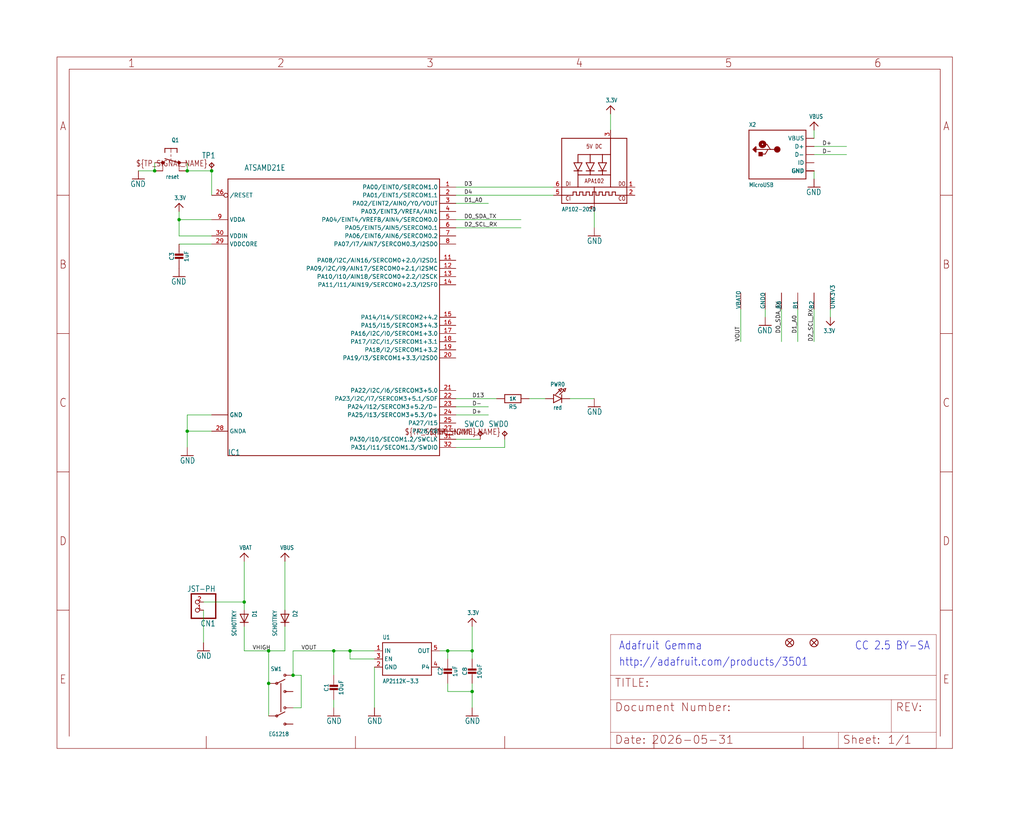
<source format=kicad_sch>
(kicad_sch (version 20230121) (generator eeschema)
  (paper "User" 319.507 254.127)
  (lib_symbols
    (symbol "working-eagle-import:3.3V" (power)
      (property "Value" "3.3V" (at -1.524 1.016 0))
      (symbol "3.3V_1_0"
        (polyline (pts (xy -1.27 -1.27) (xy 0 0)) (stroke (width 0.254)))
        (polyline (pts (xy 0 0) (xy 1.27 -1.27)) (stroke (width 0.254)))
        (pin power_in line (at 0 -2.54 90) (length 2.54) (name "3.3V") (number "1"))
      )
    )
    (symbol "working-eagle-import:APA1022020"
      (symbol "APA1022020_1_0"
        (polyline (pts (xy -10.16 -10.16) (xy 0 -10.16)) (stroke (width 0.254)))
        (polyline (pts (xy -10.16 -7.62) (xy -10.16 -10.16)) (stroke (width 0.254)))
        (polyline (pts (xy -10.16 -7.62) (xy -6.604 -7.62)) (stroke (width 0.254)))
        (polyline (pts (xy -10.16 -5.08) (xy -10.16 -7.62)) (stroke (width 0.254)))
        (polyline (pts (xy -10.16 10.16) (xy -10.16 -5.08)) (stroke (width 0.254)))
        (polyline (pts (xy -6.604 -7.62) (xy -6.604 -6.604)) (stroke (width 0.254)))
        (polyline (pts (xy -6.604 -6.604) (xy -5.588 -6.604)) (stroke (width 0.254)))
        (polyline (pts (xy -6.35 0) (xy -5.08 0)) (stroke (width 0.254)))
        (polyline (pts (xy -6.35 2.54) (xy -5.08 2.54)) (stroke (width 0.254)))
        (polyline (pts (xy -5.588 -7.62) (xy -4.572 -7.62)) (stroke (width 0.254)))
        (polyline (pts (xy -5.588 -6.604) (xy -5.588 -7.62)) (stroke (width 0.254)))
        (polyline (pts (xy -5.08 -5.08) (xy -10.16 -5.08)) (stroke (width 0.254)))
        (polyline (pts (xy -5.08 -5.08) (xy 0 -5.08)) (stroke (width 0.254)))
        (polyline (pts (xy -5.08 -1.27) (xy -5.08 -5.08)) (stroke (width 0.254)))
        (polyline (pts (xy -5.08 0) (xy -6.35 2.54)) (stroke (width 0.254)))
        (polyline (pts (xy -5.08 0) (xy -5.08 -1.27)) (stroke (width 0.254)))
        (polyline (pts (xy -5.08 0) (xy -3.81 2.54)) (stroke (width 0.254)))
        (polyline (pts (xy -5.08 2.54) (xy -3.81 2.54)) (stroke (width 0.254)))
        (polyline (pts (xy -5.08 5.08) (xy -5.08 2.54)) (stroke (width 0.254)))
        (polyline (pts (xy -4.572 -7.62) (xy -4.572 -6.604)) (stroke (width 0.254)))
        (polyline (pts (xy -4.572 -6.604) (xy -3.556 -6.604)) (stroke (width 0.254)))
        (polyline (pts (xy -3.81 0) (xy -5.08 0)) (stroke (width 0.254)))
        (polyline (pts (xy -3.556 -7.62) (xy -2.54 -7.62)) (stroke (width 0.254)))
        (polyline (pts (xy -3.556 -6.604) (xy -3.556 -7.62)) (stroke (width 0.254)))
        (polyline (pts (xy -2.54 -7.62) (xy -2.54 -6.604)) (stroke (width 0.254)))
        (polyline (pts (xy -2.54 -6.604) (xy -1.524 -6.604)) (stroke (width 0.254)))
        (polyline (pts (xy -2.54 0) (xy -1.27 0)) (stroke (width 0.254)))
        (polyline (pts (xy -2.54 2.54) (xy 0 2.54)) (stroke (width 0.254)))
        (polyline (pts (xy -1.524 -7.62) (xy -0.508 -7.62)) (stroke (width 0.254)))
        (polyline (pts (xy -1.524 -6.604) (xy -1.524 -7.62)) (stroke (width 0.254)))
        (polyline (pts (xy -1.27 -1.27) (xy -5.08 -1.27)) (stroke (width 0.254)))
        (polyline (pts (xy -1.27 0) (xy -2.54 2.54)) (stroke (width 0.254)))
        (polyline (pts (xy -1.27 0) (xy -1.27 -1.27)) (stroke (width 0.254)))
        (polyline (pts (xy -1.27 0) (xy 0 0)) (stroke (width 0.254)))
        (polyline (pts (xy -1.27 2.54) (xy -1.27 5.08)) (stroke (width 0.254)))
        (polyline (pts (xy -1.27 5.08) (xy -5.08 5.08)) (stroke (width 0.254)))
        (polyline (pts (xy -0.508 -7.62) (xy -0.508 -6.604)) (stroke (width 0.254)))
        (polyline (pts (xy -0.508 -6.604) (xy 0.508 -6.604)) (stroke (width 0.254)))
        (polyline (pts (xy 0 -10.16) (xy 10.16 -10.16)) (stroke (width 0.254)))
        (polyline (pts (xy 0 -5.08) (xy 0 -10.16)) (stroke (width 0.254)))
        (polyline (pts (xy 0 -5.08) (xy 5.08 -5.08)) (stroke (width 0.254)))
        (polyline (pts (xy 0 2.54) (xy -1.27 0)) (stroke (width 0.254)))
        (polyline (pts (xy 0.508 -7.62) (xy 1.524 -7.62)) (stroke (width 0.254)))
        (polyline (pts (xy 0.508 -6.604) (xy 0.508 -7.62)) (stroke (width 0.254)))
        (polyline (pts (xy 1.27 2.54) (xy 2.54 0)) (stroke (width 0.254)))
        (polyline (pts (xy 1.27 2.54) (xy 2.54 2.54)) (stroke (width 0.254)))
        (polyline (pts (xy 1.524 -7.62) (xy 1.524 -6.604)) (stroke (width 0.254)))
        (polyline (pts (xy 1.524 -6.604) (xy 2.54 -6.604)) (stroke (width 0.254)))
        (polyline (pts (xy 2.54 -7.62) (xy 3.556 -7.62)) (stroke (width 0.254)))
        (polyline (pts (xy 2.54 -6.604) (xy 2.54 -7.62)) (stroke (width 0.254)))
        (polyline (pts (xy 2.54 -1.27) (xy -1.27 -1.27)) (stroke (width 0.254)))
        (polyline (pts (xy 2.54 0) (xy 1.27 0)) (stroke (width 0.254)))
        (polyline (pts (xy 2.54 0) (xy 2.54 -1.27)) (stroke (width 0.254)))
        (polyline (pts (xy 2.54 0) (xy 3.81 0)) (stroke (width 0.254)))
        (polyline (pts (xy 2.54 0) (xy 3.81 2.54)) (stroke (width 0.254)))
        (polyline (pts (xy 2.54 2.54) (xy 2.54 5.08)) (stroke (width 0.254)))
        (polyline (pts (xy 2.54 5.08) (xy -1.27 5.08)) (stroke (width 0.254)))
        (polyline (pts (xy 2.54 5.08) (xy 5.08 5.08)) (stroke (width 0.254)))
        (polyline (pts (xy 3.556 -7.62) (xy 3.556 -6.604)) (stroke (width 0.254)))
        (polyline (pts (xy 3.556 -6.604) (xy 4.572 -6.604)) (stroke (width 0.254)))
        (polyline (pts (xy 3.81 2.54) (xy 2.54 2.54)) (stroke (width 0.254)))
        (polyline (pts (xy 4.572 -7.62) (xy 5.588 -7.62)) (stroke (width 0.254)))
        (polyline (pts (xy 4.572 -6.604) (xy 4.572 -7.62)) (stroke (width 0.254)))
        (polyline (pts (xy 5.08 -5.08) (xy 5.08 -1.27)) (stroke (width 0.254)))
        (polyline (pts (xy 5.08 -5.08) (xy 10.16 -5.08)) (stroke (width 0.254)))
        (polyline (pts (xy 5.08 -1.27) (xy 2.54 -1.27)) (stroke (width 0.254)))
        (polyline (pts (xy 5.08 5.08) (xy 5.08 -1.27)) (stroke (width 0.254)))
        (polyline (pts (xy 5.08 10.16) (xy -10.16 10.16)) (stroke (width 0.254)))
        (polyline (pts (xy 5.08 10.16) (xy 5.08 5.08)) (stroke (width 0.254)))
        (polyline (pts (xy 5.588 -7.62) (xy 5.588 -6.604)) (stroke (width 0.254)))
        (polyline (pts (xy 5.588 -6.604) (xy 6.604 -6.604)) (stroke (width 0.254)))
        (polyline (pts (xy 6.604 -7.62) (xy 10.16 -7.62)) (stroke (width 0.254)))
        (polyline (pts (xy 6.604 -6.604) (xy 6.604 -7.62)) (stroke (width 0.254)))
        (polyline (pts (xy 10.16 -10.16) (xy 10.16 -7.62)) (stroke (width 0.254)))
        (polyline (pts (xy 10.16 -7.62) (xy 10.16 -5.08)) (stroke (width 0.254)))
        (polyline (pts (xy 10.16 -5.08) (xy 10.16 10.16)) (stroke (width 0.254)))
        (polyline (pts (xy 10.16 10.16) (xy 5.08 10.16)) (stroke (width 0.254)))
        (text "5V DC" (at 0 7.62 0) (effects (font (size 1.27 1.0795))))
        (text "APA102" (at 0 -3.175 0) (effects (font (size 1.27 1.0795))))
        (text "CI" (at -8.128 -8.636 0) (effects (font (size 1.27 1.0795))))
        (text "CO" (at 8.636 -8.636 0) (effects (font (size 1.27 1.0795))))
        (text "DI" (at -8.128 -4.064 0) (effects (font (size 1.27 1.0795))))
        (text "DO" (at 8.636 -4.064 0) (effects (font (size 1.27 1.0795))))
        (pin output line (at 12.7 -5.08 180) (length 2.54) (name "DO") (number "1"))
        (pin output line (at 12.7 -7.62 180) (length 2.54) (name "CKO") (number "2"))
        (pin power_in line (at 5.08 12.7 270) (length 2.54) (name "VDD") (number "3"))
        (pin power_in line (at 0 -12.7 90) (length 2.54) (name "GND") (number "4"))
        (pin input line (at -12.7 -7.62 0) (length 2.54) (name "CKI") (number "5"))
        (pin input line (at -12.7 -5.08 0) (length 2.54) (name "DI") (number "6"))
      )
    )
    (symbol "working-eagle-import:ATSAMD21E"
      (property "Reference" "IC" (at -35.56 -43.18 0))
      (symbol "ATSAMD21E_1_0"
        (polyline (pts (xy -35.56 -43.18) (xy -35.56 43.18)) (stroke (width 0.254)))
        (polyline (pts (xy -35.56 43.18) (xy 30.48 43.18)) (stroke (width 0.254)))
        (polyline (pts (xy 30.48 -43.18) (xy -35.56 -43.18)) (stroke (width 0.254)))
        (polyline (pts (xy 30.48 43.18) (xy 30.48 -43.18)) (stroke (width 0.254)))
        (pin bidirectional line (at 35.56 40.64 180) (length 5.08) (name "PA00/EINT0/SERCOM1.0") (number "1"))
        (pin power_in line (at -40.64 -30.48 0) (length 5.08) (name "GND") (number "10"))
        (pin bidirectional line (at 35.56 17.78 180) (length 5.08) (name "PA08/I2C/AIN16/SERCOM0+2.0/I2SD1") (number "11"))
        (pin bidirectional line (at 35.56 15.24 180) (length 5.08) (name "PA09/I2C/I9/AIN17/SERCOM0+2.1/I2SMC") (number "12"))
        (pin bidirectional line (at 35.56 12.7 180) (length 5.08) (name "PA10/I10/AIN18/SERCOM0+2.2/I2SCK") (number "13"))
        (pin bidirectional line (at 35.56 10.16 180) (length 5.08) (name "PA11/I11/AIN19/SERCOM0+2.3/I2SF0") (number "14"))
        (pin bidirectional line (at 35.56 0 180) (length 5.08) (name "PA14/I14/SERCOM2+4.2") (number "15"))
        (pin bidirectional line (at 35.56 -2.54 180) (length 5.08) (name "PA15/I15/SERCOM3+4.3") (number "16"))
        (pin bidirectional line (at 35.56 -5.08 180) (length 5.08) (name "PA16/I2C/I0/SERCOM1+3.0") (number "17"))
        (pin bidirectional line (at 35.56 -7.62 180) (length 5.08) (name "PA17/I2C/I1/SERCOM1+3.1") (number "18"))
        (pin bidirectional line (at 35.56 -10.16 180) (length 5.08) (name "PA18/I2/SERCOM1+3.2") (number "19"))
        (pin bidirectional line (at 35.56 38.1 180) (length 5.08) (name "PA01/EINT1/SERCOM1.1") (number "2"))
        (pin bidirectional line (at 35.56 -12.7 180) (length 5.08) (name "PA19/I3/SERCOM1+3.3/I2SD0") (number "20"))
        (pin bidirectional line (at 35.56 -22.86 180) (length 5.08) (name "PA22/I2C/I6/SERCOM3+5.0") (number "21"))
        (pin bidirectional line (at 35.56 -25.4 180) (length 5.08) (name "PA23/I2C/I7/SERCOM3+5.1/SOF") (number "22"))
        (pin bidirectional line (at 35.56 -27.94 180) (length 5.08) (name "PA24/I12/SERCOM3+5.2/D-") (number "23"))
        (pin bidirectional line (at 35.56 -30.48 180) (length 5.08) (name "PA25/I13/SERCOM3+5.3/D+") (number "24"))
        (pin bidirectional line (at 35.56 -33.02 180) (length 5.08) (name "PA27/I15") (number "25"))
        (pin bidirectional inverted (at -40.64 38.1 0) (length 5.08) (name "/RESET") (number "26"))
        (pin bidirectional line (at 35.56 -35.56 180) (length 5.08) (name "PA28/I8") (number "27"))
        (pin power_in line (at -40.64 -35.56 0) (length 5.08) (name "GNDA") (number "28"))
        (pin power_in line (at -40.64 22.86 0) (length 5.08) (name "VDDCORE") (number "29"))
        (pin bidirectional line (at 35.56 35.56 180) (length 5.08) (name "PA02/EINT2/AIN0/Y0/VOUT") (number "3"))
        (pin power_in line (at -40.64 25.4 0) (length 5.08) (name "VDDIN") (number "30"))
        (pin bidirectional line (at 35.56 -38.1 180) (length 5.08) (name "PA30/I10/SECOM1.2/SWCLK") (number "31"))
        (pin bidirectional line (at 35.56 -40.64 180) (length 5.08) (name "PA31/I11/SECOM1.3/SWDIO") (number "32"))
        (pin power_in line (at -40.64 -30.48 0) (length 5.08) (name "GND") (number "33"))
        (pin bidirectional line (at 35.56 33.02 180) (length 5.08) (name "PA03/EINT3/VREFA/AIN1") (number "4"))
        (pin bidirectional line (at 35.56 30.48 180) (length 5.08) (name "PA04/EINT4/VREFB/AIN4/SERCOM0.0") (number "5"))
        (pin bidirectional line (at 35.56 27.94 180) (length 5.08) (name "PA05/EINT5/AIN5/SERCOM0.1") (number "6"))
        (pin bidirectional line (at 35.56 25.4 180) (length 5.08) (name "PA06/EINT6/AIN6/SERCOM0.2") (number "7"))
        (pin bidirectional line (at 35.56 22.86 180) (length 5.08) (name "PA07/I7/AIN7/SERCOM0.3/I2SD0") (number "8"))
        (pin power_in line (at -40.64 30.48 0) (length 5.08) (name "VDDA") (number "9"))
      )
    )
    (symbol "working-eagle-import:CAP_CERAMIC0603_NO"
      (property "Reference" "C" (at -2.29 1.25 90))
      (symbol "CAP_CERAMIC0603_NO_1_0"
        (rectangle (start -1.27 0.508) (end 1.27 1.016) (fill (type outline)))
        (rectangle (start -1.27 1.524) (end 1.27 2.032) (fill (type outline)))
        (polyline (pts (xy 0 0.762) (xy 0 0)) (stroke (width 0.1524)))
        (polyline (pts (xy 0 2.54) (xy 0 1.778)) (stroke (width 0.1524)))
        (pin passive line (at 0 5.08 270) (length 2.54) (name "1") (number "1"))
        (pin passive line (at 0 -2.54 90) (length 2.54) (name "2") (number "2"))
      )
    )
    (symbol "working-eagle-import:CAP_CERAMIC0805-NOOUTLINE"
      (property "Reference" "C" (at -2.29 1.25 90))
      (symbol "CAP_CERAMIC0805-NOOUTLINE_1_0"
        (rectangle (start -1.27 0.508) (end 1.27 1.016) (fill (type outline)))
        (rectangle (start -1.27 1.524) (end 1.27 2.032) (fill (type outline)))
        (polyline (pts (xy 0 0.762) (xy 0 0)) (stroke (width 0.1524)))
        (polyline (pts (xy 0 2.54) (xy 0 1.778)) (stroke (width 0.1524)))
        (pin passive line (at 0 5.08 270) (length 2.54) (name "1") (number "1"))
        (pin passive line (at 0 -2.54 90) (length 2.54) (name "2") (number "2"))
      )
    )
    (symbol "working-eagle-import:CON_JST_PH_2PIN"
      (property "Reference" "X" (at -6.35 5.715 0))
      (symbol "CON_JST_PH_2PIN_1_0"
        (polyline (pts (xy -6.35 -2.54) (xy 1.27 -2.54)) (stroke (width 0.4064)))
        (polyline (pts (xy -6.35 5.08) (xy -6.35 -2.54)) (stroke (width 0.4064)))
        (polyline (pts (xy 1.27 -2.54) (xy 1.27 5.08)) (stroke (width 0.4064)))
        (polyline (pts (xy 1.27 5.08) (xy -6.35 5.08)) (stroke (width 0.4064)))
        (pin passive inverted (at -2.54 2.54 0) (length 2.54) (name "1") (number "1"))
        (pin passive inverted (at -2.54 0 0) (length 2.54) (name "2") (number "2"))
      )
    )
    (symbol "working-eagle-import:DIODE_SOD-123FL"
      (property "Reference" "D" (at -2.54 2.54 0))
      (symbol "DIODE_SOD-123FL_1_0"
        (polyline (pts (xy -1.27 -1.27) (xy 1.27 0)) (stroke (width 0.254)))
        (polyline (pts (xy -1.27 1.27) (xy -1.27 -1.27)) (stroke (width 0.254)))
        (polyline (pts (xy 1.27 0) (xy -1.27 1.27)) (stroke (width 0.254)))
        (polyline (pts (xy 1.27 0) (xy 1.27 -1.27)) (stroke (width 0.254)))
        (polyline (pts (xy 1.27 1.27) (xy 1.27 0)) (stroke (width 0.254)))
        (pin passive line (at -2.54 0 0) (length 2.54) (name "A") (number "A"))
        (pin passive line (at 2.54 0 180) (length 2.54) (name "C") (number "C"))
      )
    )
    (symbol "working-eagle-import:FIDUCIAL_1MM"
      (symbol "FIDUCIAL_1MM_1_0"
        (polyline (pts (xy -0.762 0.762) (xy 0.762 -0.762)) (stroke (width 0.254)))
        (polyline (pts (xy 0.762 0.762) (xy -0.762 -0.762)) (stroke (width 0.254)))
        (circle (center 0 0) (radius 1.27) (stroke (width 0.254)))
      )
    )
    (symbol "working-eagle-import:FRAME_A_L"
      (symbol "FRAME_A_L_1_0"
        (polyline (pts (xy 0 43.18) (xy 3.81 43.18)))
        (polyline (pts (xy 0 86.36) (xy 3.81 86.36)))
        (polyline (pts (xy 0 129.54) (xy 3.81 129.54)))
        (polyline (pts (xy 0 172.72) (xy 3.81 172.72)))
        (polyline (pts (xy 3.81 3.81) (xy 3.81 212.09)))
        (polyline (pts (xy 46.5667 0) (xy 46.5667 3.81)))
        (polyline (pts (xy 93.1333 0) (xy 93.1333 3.81)))
        (polyline (pts (xy 139.7 0) (xy 139.7 3.81)))
        (polyline (pts (xy 186.2667 0) (xy 186.2667 3.81)))
        (polyline (pts (xy 232.8333 0) (xy 232.8333 3.81)))
        (polyline (pts (xy 275.59 3.81) (xy 275.59 212.09)))
        (polyline (pts (xy 275.59 43.18) (xy 279.4 43.18)))
        (polyline (pts (xy 275.59 86.36) (xy 279.4 86.36)))
        (polyline (pts (xy 275.59 129.54) (xy 279.4 129.54)))
        (polyline (pts (xy 275.59 172.72) (xy 279.4 172.72)))
        (polyline (pts (xy 275.59 212.09) (xy 3.81 212.09)))
        (polyline (pts (xy 0 0) (xy 279.4 0) (xy 279.4 215.9) (xy 0 215.9) (xy 0 0)))
        (text "1" (at 23.2833 213.995 0) (effects (font (size 2.54 2.286))))
        (text "2" (at 69.85 213.995 0) (effects (font (size 2.54 2.286))))
        (text "3" (at 116.4167 213.995 0) (effects (font (size 2.54 2.286))))
        (text "4" (at 162.9833 213.995 0) (effects (font (size 2.54 2.286))))
        (text "5" (at 209.55 213.995 0) (effects (font (size 2.54 2.286))))
        (text "6" (at 256.1167 213.995 0) (effects (font (size 2.54 2.286))))
        (text "A" (at 1.905 194.31 0) (effects (font (size 2.54 2.286))))
        (text "A" (at 277.495 194.31 0) (effects (font (size 2.54 2.286))))
        (text "B" (at 1.905 151.13 0) (effects (font (size 2.54 2.286))))
        (text "B" (at 277.495 151.13 0) (effects (font (size 2.54 2.286))))
        (text "C" (at 1.905 107.95 0) (effects (font (size 2.54 2.286))))
        (text "C" (at 277.495 107.95 0) (effects (font (size 2.54 2.286))))
        (text "D" (at 1.905 64.77 0) (effects (font (size 2.54 2.286))))
        (text "D" (at 277.495 64.77 0) (effects (font (size 2.54 2.286))))
        (text "E" (at 1.905 21.59 0) (effects (font (size 2.54 2.286))))
        (text "E" (at 277.495 21.59 0) (effects (font (size 2.54 2.286))))
      )
      (symbol "FRAME_A_L_2_0"
        (polyline (pts (xy 0 0) (xy 0 5.08)) (stroke (width 0.1016)))
        (polyline (pts (xy 0 0) (xy 71.12 0)) (stroke (width 0.1016)))
        (polyline (pts (xy 0 5.08) (xy 0 15.24)) (stroke (width 0.1016)))
        (polyline (pts (xy 0 5.08) (xy 71.12 5.08)) (stroke (width 0.1016)))
        (polyline (pts (xy 0 15.24) (xy 0 22.86)) (stroke (width 0.1016)))
        (polyline (pts (xy 0 22.86) (xy 0 35.56)) (stroke (width 0.1016)))
        (polyline (pts (xy 0 22.86) (xy 101.6 22.86)) (stroke (width 0.1016)))
        (polyline (pts (xy 71.12 0) (xy 101.6 0)) (stroke (width 0.1016)))
        (polyline (pts (xy 71.12 5.08) (xy 71.12 0)) (stroke (width 0.1016)))
        (polyline (pts (xy 71.12 5.08) (xy 87.63 5.08)) (stroke (width 0.1016)))
        (polyline (pts (xy 87.63 5.08) (xy 101.6 5.08)) (stroke (width 0.1016)))
        (polyline (pts (xy 87.63 15.24) (xy 0 15.24)) (stroke (width 0.1016)))
        (polyline (pts (xy 87.63 15.24) (xy 87.63 5.08)) (stroke (width 0.1016)))
        (polyline (pts (xy 101.6 5.08) (xy 101.6 0)) (stroke (width 0.1016)))
        (polyline (pts (xy 101.6 15.24) (xy 87.63 15.24)) (stroke (width 0.1016)))
        (polyline (pts (xy 101.6 15.24) (xy 101.6 5.08)) (stroke (width 0.1016)))
        (polyline (pts (xy 101.6 22.86) (xy 101.6 15.24)) (stroke (width 0.1016)))
        (polyline (pts (xy 101.6 35.56) (xy 0 35.56)) (stroke (width 0.1016)))
        (polyline (pts (xy 101.6 35.56) (xy 101.6 22.86)) (stroke (width 0.1016)))
        (text "${#}/${##}" (at 86.36 1.27 0) (effects (font (size 2.54 2.54)) (justify left bottom)))
        (text "${CURRENT_DATE}" (at 12.7 1.27 0) (effects (font (size 2.54 2.54)) (justify left bottom)))
        (text "${PROJECTNAME}" (at 17.78 19.05 0) (effects (font (size 2.54 2.54)) (justify left bottom)))
        (text "Date:" (at 1.27 1.27 0) (effects (font (size 2.54 2.54)) (justify left bottom)))
        (text "Document Number:" (at 1.27 11.43 0) (effects (font (size 2.54 2.54)) (justify left bottom)))
        (text "REV:" (at 88.9 11.43 0) (effects (font (size 2.54 2.54)) (justify left bottom)))
        (text "Sheet:" (at 72.39 1.27 0) (effects (font (size 2.54 2.54)) (justify left bottom)))
        (text "TITLE:" (at 1.27 19.05 0) (effects (font (size 2.54 2.54)) (justify left bottom)))
      )
    )
    (symbol "working-eagle-import:GND" (power)
      (property "Value" "GND" (at -2.54 -2.54 0))
      (symbol "GND_1_0"
        (polyline (pts (xy -1.905 0) (xy 1.905 0)) (stroke (width 0.254)))
        (pin power_in line (at 0 2.54 270) (length 2.54) (name "GND") (number "1"))
      )
    )
    (symbol "working-eagle-import:LED0603_NOOUTLINE"
      (property "Reference" "D" (at -1.27 4.445 0))
      (symbol "LED0603_NOOUTLINE_1_0"
        (polyline (pts (xy -2.54 -1.27) (xy 0 0)) (stroke (width 0.254)))
        (polyline (pts (xy -2.54 1.27) (xy -2.54 -1.27)) (stroke (width 0.254)))
        (polyline (pts (xy -1.905 1.27) (xy -0.635 2.54)) (stroke (width 0.254)))
        (polyline (pts (xy -0.9525 2.8575) (xy -0.3175 2.2225)) (stroke (width 0.254)))
        (polyline (pts (xy -0.635 1.27) (xy 0.635 2.54)) (stroke (width 0.254)))
        (polyline (pts (xy -0.3175 2.2225) (xy 0 3.175)) (stroke (width 0.254)))
        (polyline (pts (xy 0 0) (xy -2.54 1.27)) (stroke (width 0.254)))
        (polyline (pts (xy 0 0) (xy 0 -1.27)) (stroke (width 0.254)))
        (polyline (pts (xy 0 1.27) (xy 0 0)) (stroke (width 0.254)))
        (polyline (pts (xy 0 3.175) (xy -0.9525 2.8575)) (stroke (width 0.254)))
        (polyline (pts (xy 0.3175 2.8575) (xy 0.9525 2.2225)) (stroke (width 0.254)))
        (polyline (pts (xy 0.9525 2.2225) (xy 1.27 3.175)) (stroke (width 0.254)))
        (polyline (pts (xy 1.27 3.175) (xy 0.3175 2.8575)) (stroke (width 0.254)))
        (pin passive line (at -5.08 0 0) (length 2.54) (name "A") (number "A"))
        (pin passive line (at 2.54 0 180) (length 2.54) (name "C") (number "C"))
      )
    )
    (symbol "working-eagle-import:RESISTOR_0603_NOOUT"
      (property "Reference" "R" (at 0 2.54 0))
      (symbol "RESISTOR_0603_NOOUT_1_0"
        (polyline (pts (xy -2.54 -1.27) (xy -2.54 1.27)) (stroke (width 0.254)))
        (polyline (pts (xy -2.54 1.27) (xy 2.54 1.27)) (stroke (width 0.254)))
        (polyline (pts (xy 2.54 -1.27) (xy -2.54 -1.27)) (stroke (width 0.254)))
        (polyline (pts (xy 2.54 1.27) (xy 2.54 -1.27)) (stroke (width 0.254)))
        (pin passive line (at -5.08 0 0) (length 2.54) (name "1") (number "1"))
        (pin passive line (at 5.08 0 180) (length 2.54) (name "2") (number "2"))
      )
    )
    (symbol "working-eagle-import:SEWTAP-ALLIGATOR"
      (property "Reference" "TP" (at 0 0 0))
      (symbol "SEWTAP-ALLIGATOR_1_0"
        (pin bidirectional line (at 0 0 0) (length 5.08) (name "SEW") (number "P$1"))
      )
    )
    (symbol "working-eagle-import:SWITCH_DPDTEG1390"
      (property "Reference" "SW" (at -4.445 8.89 0))
      (symbol "SWITCH_DPDTEG1390_1_0"
        (circle (center -2.54 -5.08) (radius 0.3592) (stroke (width 0.2032)))
        (circle (center -2.54 5.08) (radius 0.3592) (stroke (width 0.2032)))
        (circle (center 0 -7.62) (radius 0.3592) (stroke (width 0.2032)))
        (circle (center 0 -2.54) (radius 0.3592) (stroke (width 0.2032)))
        (polyline (pts (xy -2.54 -5.08) (xy 0 -3.81)) (stroke (width 0.254)))
        (polyline (pts (xy -2.54 5.08) (xy 0 6.35)) (stroke (width 0.254)))
        (polyline (pts (xy -1.27 5.08) (xy -1.27 -3.81)) (stroke (width 0.254)))
        (polyline (pts (xy 0 -7.62) (xy 0.635 -7.62)) (stroke (width 0.127)))
        (polyline (pts (xy 0 -2.54) (xy 0.635 -2.54)) (stroke (width 0.1524)))
        (polyline (pts (xy 0 2.54) (xy 0.635 2.54)) (stroke (width 0.127)))
        (polyline (pts (xy 0 7.62) (xy 0.635 7.62)) (stroke (width 0.1524)))
        (circle (center 0 2.54) (radius 0.3592) (stroke (width 0.2032)))
        (circle (center 0 7.62) (radius 0.3592) (stroke (width 0.2032)))
        (pin passive line (at 2.54 7.62 180) (length 2.54) (name "O1") (number "O1"))
        (pin passive line (at 2.54 -2.54 180) (length 2.54) (name "O2") (number "O2"))
        (pin passive line (at -5.08 5.08 0) (length 2.54) (name "P1") (number "P1"))
        (pin passive line (at -5.08 -5.08 0) (length 2.54) (name "P2") (number "P2"))
        (pin passive line (at 2.54 2.54 180) (length 2.54) (name "S1") (number "S1"))
        (pin passive line (at 2.54 -7.62 180) (length 2.54) (name "S2") (number "S2"))
      )
    )
    (symbol "working-eagle-import:SWITCH_TACT_SMT4.6X2.8"
      (property "Reference" "SW" (at -2.54 6.35 0))
      (symbol "SWITCH_TACT_SMT4.6X2.8_1_0"
        (circle (center -2.54 0) (radius 0.127) (stroke (width 0.4064)))
        (polyline (pts (xy -2.54 -2.54) (xy -2.54 0)) (stroke (width 0.1524)))
        (polyline (pts (xy -2.54 0) (xy 1.905 1.27)) (stroke (width 0.254)))
        (polyline (pts (xy -1.905 4.445) (xy -1.905 3.175)) (stroke (width 0.254)))
        (polyline (pts (xy 0 1.27) (xy 0 0.635)) (stroke (width 0.1524)))
        (polyline (pts (xy 0 2.54) (xy 0 1.905)) (stroke (width 0.1524)))
        (polyline (pts (xy 0 4.445) (xy -1.905 4.445)) (stroke (width 0.254)))
        (polyline (pts (xy 0 4.445) (xy 0 3.175)) (stroke (width 0.1524)))
        (polyline (pts (xy 1.905 0) (xy 2.54 0)) (stroke (width 0.254)))
        (polyline (pts (xy 1.905 4.445) (xy 0 4.445)) (stroke (width 0.254)))
        (polyline (pts (xy 1.905 4.445) (xy 1.905 3.175)) (stroke (width 0.254)))
        (polyline (pts (xy 2.54 -2.54) (xy 2.54 0)) (stroke (width 0.1524)))
        (circle (center 2.54 0) (radius 0.127) (stroke (width 0.4064)))
        (pin passive line (at -5.08 0 0) (length 2.54) (name "P") (number "A"))
        (pin passive line (at -5.08 -2.54 0) (length 2.54) (name "P1") (number "A'"))
        (pin passive line (at 5.08 0 180) (length 2.54) (name "S") (number "B"))
        (pin passive line (at 5.08 -2.54 180) (length 2.54) (name "S1") (number "B'"))
      )
    )
    (symbol "working-eagle-import:TPTP15R"
      (property "Reference" "TP" (at -1.27 1.27 0))
      (symbol "TPTP15R_1_0"
        (polyline (pts (xy -0.762 -0.762) (xy 0 0)) (stroke (width 0.254)))
        (polyline (pts (xy 0 -1.524) (xy -0.762 -0.762)) (stroke (width 0.254)))
        (polyline (pts (xy 0 0) (xy 0.762 -0.762)) (stroke (width 0.254)))
        (polyline (pts (xy 0.762 -0.762) (xy 0 -1.524)) (stroke (width 0.254)))
        (text "${TP_SIGNAL_NAME}" (at 1.27 -1.27 0) (effects (font (size 1.778 1.5113)) (justify left bottom)))
        (pin input line (at 0 -2.54 90) (length 2.54) (name "TP") (number "TP"))
      )
    )
    (symbol "working-eagle-import:TPTP16R"
      (property "Reference" "TP" (at -1.27 1.27 0))
      (symbol "TPTP16R_1_0"
        (polyline (pts (xy -0.762 -0.762) (xy 0 0)) (stroke (width 0.254)))
        (polyline (pts (xy 0 -1.524) (xy -0.762 -0.762)) (stroke (width 0.254)))
        (polyline (pts (xy 0 0) (xy 0.762 -0.762)) (stroke (width 0.254)))
        (polyline (pts (xy 0.762 -0.762) (xy 0 -1.524)) (stroke (width 0.254)))
        (text "${TP_SIGNAL_NAME}" (at 1.27 -1.27 0) (effects (font (size 1.778 1.5113)) (justify left bottom)))
        (pin input line (at 0 -2.54 90) (length 2.54) (name "TP") (number "TP"))
      )
    )
    (symbol "working-eagle-import:USB_MICRO_20329_V2"
      (property "Reference" "X" (at -10.16 8.636 0))
      (symbol "USB_MICRO_20329_V2_1_0"
        (rectangle (start -7.12 -0.45) (end -5.92 0.75) (fill (type outline)))
        (circle (center -5.92 3.2) (radius 0.2) (stroke (width 1)))
        (circle (center -1.32 1.6) (radius 0.5) (stroke (width 1)))
        (polyline (pts (xy -10.2 7.62) (xy -10.16 7.62)) (stroke (width 0.254)))
        (polyline (pts (xy -10.16 -7.62) (xy 7.62 -7.62)) (stroke (width 0.254)))
        (polyline (pts (xy -10.16 7.62) (xy -10.16 -7.62)) (stroke (width 0.254)))
        (polyline (pts (xy -10.16 7.62) (xy 7.62 7.62)) (stroke (width 0.254)))
        (polyline (pts (xy -8.92 1.6) (xy -8.12 2.4)) (stroke (width 0.254)))
        (polyline (pts (xy -8.52 1.4) (xy -8.32 1.2)) (stroke (width 0.254)))
        (polyline (pts (xy -8.52 1.6) (xy -8.52 1.4)) (stroke (width 0.254)))
        (polyline (pts (xy -8.32 1.2) (xy -8.32 2)) (stroke (width 0.254)))
        (polyline (pts (xy -8.32 2) (xy -8.72 1.6)) (stroke (width 0.254)))
        (polyline (pts (xy -8.12 0.8) (xy -8.92 1.6)) (stroke (width 0.254)))
        (polyline (pts (xy -8.12 1) (xy -8.12 2.4)) (stroke (width 0.254)))
        (polyline (pts (xy -8.12 2.4) (xy -7.92 2.4)) (stroke (width 0.254)))
        (polyline (pts (xy -7.92 0.8) (xy -8.12 0.8)) (stroke (width 0.254)))
        (polyline (pts (xy -7.92 1.6) (xy -7.92 0.8)) (stroke (width 0.254)))
        (polyline (pts (xy -7.92 2.4) (xy -7.92 1.6)) (stroke (width 0.254)))
        (polyline (pts (xy -6.27 0.15) (xy -5.07 0.15)) (stroke (width 0.254)))
        (polyline (pts (xy -5.52 3.2) (xy -4.52 3.2)) (stroke (width 0.254)))
        (polyline (pts (xy -5.07 0.15) (xy -4.22 1.6)) (stroke (width 0.254)))
        (polyline (pts (xy -4.52 3.2) (xy -3.47 1.6)) (stroke (width 0.254)))
        (polyline (pts (xy -4.22 1.6) (xy -7.92 1.6)) (stroke (width 0.254)))
        (polyline (pts (xy -3.47 1.6) (xy -4.22 1.6)) (stroke (width 0.254)))
        (polyline (pts (xy -1.32 1.6) (xy -3.47 1.6)) (stroke (width 0.254)))
        (polyline (pts (xy 7.62 7.62) (xy 7.62 -7.62)) (stroke (width 0.254)))
        (pin power_in line (at 10.16 -5.08 180) (length 2.54) (name "GND") (number "BASE@1"))
        (pin power_in line (at 10.16 -5.08 180) (length 2.54) (name "GND") (number "BASE@2"))
        (pin bidirectional line (at 10.16 2.54 180) (length 2.54) (name "D+") (number "D+"))
        (pin bidirectional line (at 10.16 0 180) (length 2.54) (name "D-") (number "D-"))
        (pin power_in line (at 10.16 -5.08 180) (length 2.54) (name "GND") (number "GND"))
        (pin bidirectional line (at 10.16 -2.54 180) (length 2.54) (name "ID") (number "ID"))
        (pin power_in line (at 10.16 -5.08 180) (length 2.54) (name "GND") (number "SPRT@1"))
        (pin power_in line (at 10.16 -5.08 180) (length 2.54) (name "GND") (number "SPRT@2"))
        (pin power_in line (at 10.16 -5.08 180) (length 2.54) (name "GND") (number "SPRT@3"))
        (pin power_in line (at 10.16 -5.08 180) (length 2.54) (name "GND") (number "SPRT@4"))
        (pin power_in line (at 10.16 5.08 180) (length 2.54) (name "VBUS") (number "VBUS"))
      )
    )
    (symbol "working-eagle-import:VBAT" (power)
      (property "Value" "VBAT" (at -1.524 1.016 0))
      (symbol "VBAT_1_0"
        (polyline (pts (xy -1.27 -1.27) (xy 0 0)) (stroke (width 0.254)))
        (polyline (pts (xy 0 0) (xy 1.27 -1.27)) (stroke (width 0.254)))
        (pin power_in line (at 0 -2.54 90) (length 2.54) (name "VBAT") (number "1"))
      )
    )
    (symbol "working-eagle-import:VBUS" (power)
      (property "Value" "VBUS" (at -1.524 1.016 0))
      (symbol "VBUS_1_0"
        (polyline (pts (xy -1.27 -1.27) (xy 0 0)) (stroke (width 0.254)))
        (polyline (pts (xy 0 0) (xy 1.27 -1.27)) (stroke (width 0.254)))
        (pin power_in line (at 0 -2.54 90) (length 2.54) (name "VBUS") (number "1"))
      )
    )
    (symbol "working-eagle-import:VREG_SOT23-5"
      (property "Reference" "U" (at -7.62 6.096 0))
      (symbol "VREG_SOT23-5_1_0"
        (polyline (pts (xy -7.62 -5.08) (xy -7.62 5.08)) (stroke (width 0.254)))
        (polyline (pts (xy -7.62 5.08) (xy 7.62 5.08)) (stroke (width 0.254)))
        (polyline (pts (xy 7.62 -5.08) (xy -7.62 -5.08)) (stroke (width 0.254)))
        (polyline (pts (xy 7.62 5.08) (xy 7.62 -5.08)) (stroke (width 0.254)))
        (pin power_in line (at -10.16 2.54 0) (length 2.54) (name "IN") (number "1"))
        (pin power_in line (at -10.16 -2.54 0) (length 2.54) (name "GND") (number "2"))
        (pin input line (at -10.16 0 0) (length 2.54) (name "EN") (number "3"))
        (pin bidirectional line (at 10.16 -2.54 180) (length 2.54) (name "P4") (number "4"))
        (pin power_in line (at 10.16 2.54 180) (length 2.54) (name "OUT") (number "5"))
      )
    )
  )
  (junction (at 104.14 203.2))
  (junction (at 109.22 203.2))
  (junction (at 76.2 187.96))
  (junction (at 55.88 68.58))
  (junction (at 66.04 53.34))
  (junction (at 58.42 53.34))
  (junction (at 91.44 210.82))
  (junction (at 58.42 134.62))
  (junction (at 48.26 53.34))
  (junction (at 139.7 203.2))
  (junction (at 147.32 215.9))
  (junction (at 83.82 203.2))
  (junction (at 83.82 213.36))
  (junction (at 147.32 203.2))
  (wire (pts (xy 248.92 106.68) (xy 248.92 96.52)) (stroke (width 0.1524)))
  (wire (pts (xy 139.7 203.2) (xy 147.32 203.2)) (stroke (width 0.1524)))
  (wire (pts (xy 104.14 210.82) (xy 104.14 203.2)) (stroke (width 0.1524)))
  (wire (pts (xy 254 43.18) (xy 254 40.64)) (stroke (width 0.1524)))
  (wire (pts (xy 66.04 129.54) (xy 58.42 129.54)) (stroke (width 0.1524)))
  (wire (pts (xy 142.24 60.96) (xy 172.72 60.96)) (stroke (width 0.1524)))
  (wire (pts (xy 91.44 220.98) (xy 93.98 220.98)) (stroke (width 0.1524)))
  (wire (pts (xy 55.88 73.66) (xy 55.88 68.58)) (stroke (width 0.1524)))
  (wire (pts (xy 76.2 187.96) (xy 76.2 190.5)) (stroke (width 0.1524)))
  (wire (pts (xy 142.24 124.46) (xy 154.94 124.46)) (stroke (width 0.1524)))
  (wire (pts (xy 177.8 124.46) (xy 185.42 124.46)) (stroke (width 0.1524)))
  (wire (pts (xy 66.04 68.58) (xy 55.88 68.58)) (stroke (width 0.1524)))
  (wire (pts (xy 231.14 96.52) (xy 231.14 106.68)) (stroke (width 0.1524)))
  (wire (pts (xy 147.32 220.98) (xy 147.32 215.9)) (stroke (width 0.1524)))
  (wire (pts (xy 147.32 205.74) (xy 147.32 203.2)) (stroke (width 0.1524)))
  (wire (pts (xy 139.7 58.42) (xy 142.24 58.42)) (stroke (width 0.1524)))
  (wire (pts (xy 58.42 53.34) (xy 66.04 53.34)) (stroke (width 0.1524)))
  (wire (pts (xy 58.42 134.62) (xy 58.42 139.7)) (stroke (width 0.1524)))
  (wire (pts (xy 109.22 205.74) (xy 109.22 203.2)) (stroke (width 0.1524)))
  (wire (pts (xy 109.22 203.2) (xy 104.14 203.2)) (stroke (width 0.1524)))
  (wire (pts (xy 91.44 210.82) (xy 91.44 203.2)) (stroke (width 0.1524)))
  (wire (pts (xy 243.84 96.52) (xy 243.84 106.68)) (stroke (width 0.1524)))
  (wire (pts (xy 254 53.34) (xy 254 55.88)) (stroke (width 0.1524)))
  (wire (pts (xy 76.2 203.2) (xy 83.82 203.2)) (stroke (width 0.1524)))
  (wire (pts (xy 142.24 137.16) (xy 149.86 137.16)) (stroke (width 0.1524)))
  (wire (pts (xy 254 96.52) (xy 254 106.68)) (stroke (width 0.1524)))
  (wire (pts (xy 139.7 215.9) (xy 139.7 213.36)) (stroke (width 0.1524)))
  (wire (pts (xy 147.32 215.9) (xy 139.7 215.9)) (stroke (width 0.1524)))
  (wire (pts (xy 58.42 129.54) (xy 58.42 134.62)) (stroke (width 0.1524)))
  (wire (pts (xy 104.14 218.44) (xy 104.14 220.98)) (stroke (width 0.1524)))
  (wire (pts (xy 66.04 76.2) (xy 55.88 76.2)) (stroke (width 0.1524)))
  (wire (pts (xy 165.1 124.46) (xy 170.18 124.46)) (stroke (width 0.1524)))
  (wire (pts (xy 66.04 73.66) (xy 55.88 73.66)) (stroke (width 0.1524)))
  (wire (pts (xy 63.5 190.5) (xy 63.5 200.66)) (stroke (width 0.1524)))
  (wire (pts (xy 76.2 195.58) (xy 76.2 203.2)) (stroke (width 0.1524)))
  (wire (pts (xy 66.04 134.62) (xy 58.42 134.62)) (stroke (width 0.1524)))
  (wire (pts (xy 142.24 63.5) (xy 152.4 63.5)) (stroke (width 0.1524)))
  (wire (pts (xy 142.24 68.58) (xy 162.56 68.58)) (stroke (width 0.1524)))
  (wire (pts (xy 93.98 220.98) (xy 93.98 210.82)) (stroke (width 0.1524)))
  (wire (pts (xy 93.98 210.82) (xy 91.44 210.82)) (stroke (width 0.1524)))
  (wire (pts (xy 142.24 139.7) (xy 157.48 139.7)) (stroke (width 0.1524)))
  (wire (pts (xy 43.18 53.34) (xy 48.26 53.34)) (stroke (width 0.1524)))
  (wire (pts (xy 172.72 58.42) (xy 142.24 58.42)) (stroke (width 0.1524)))
  (wire (pts (xy 48.26 50.8) (xy 48.26 53.34)) (stroke (width 0.1524)))
  (wire (pts (xy 259.08 96.52) (xy 259.08 99.06)) (stroke (width 0.1524)))
  (wire (pts (xy 76.2 175.26) (xy 76.2 187.96)) (stroke (width 0.1524)))
  (wire (pts (xy 254 45.72) (xy 264.16 45.72)) (stroke (width 0.1524)))
  (wire (pts (xy 109.22 203.2) (xy 116.84 203.2)) (stroke (width 0.1524)))
  (wire (pts (xy 185.42 66.04) (xy 185.42 71.12)) (stroke (width 0.1524)))
  (wire (pts (xy 104.14 203.2) (xy 91.44 203.2)) (stroke (width 0.1524)))
  (wire (pts (xy 139.7 205.74) (xy 139.7 203.2)) (stroke (width 0.1524)))
  (wire (pts (xy 58.42 53.34) (xy 58.42 50.8)) (stroke (width 0.1524)))
  (wire (pts (xy 162.56 71.12) (xy 142.24 71.12)) (stroke (width 0.1524)))
  (wire (pts (xy 137.16 203.2) (xy 139.7 203.2)) (stroke (width 0.1524)))
  (wire (pts (xy 63.5 187.96) (xy 76.2 187.96)) (stroke (width 0.1524)))
  (wire (pts (xy 147.32 215.9) (xy 147.32 213.36)) (stroke (width 0.1524)))
  (wire (pts (xy 152.4 129.54) (xy 142.24 129.54)) (stroke (width 0.1524)))
  (wire (pts (xy 190.5 40.64) (xy 190.5 35.56)) (stroke (width 0.1524)))
  (wire (pts (xy 88.9 203.2) (xy 83.82 203.2)) (stroke (width 0.1524)))
  (wire (pts (xy 116.84 208.28) (xy 116.84 220.98)) (stroke (width 0.1524)))
  (wire (pts (xy 254 48.26) (xy 264.16 48.26)) (stroke (width 0.1524)))
  (wire (pts (xy 55.88 68.58) (xy 55.88 66.04)) (stroke (width 0.1524)))
  (wire (pts (xy 88.9 195.58) (xy 88.9 203.2)) (stroke (width 0.1524)))
  (wire (pts (xy 88.9 190.5) (xy 88.9 175.26)) (stroke (width 0.1524)))
  (wire (pts (xy 83.82 203.2) (xy 83.82 213.36)) (stroke (width 0.1524)))
  (wire (pts (xy 66.04 53.34) (xy 66.04 60.96)) (stroke (width 0.1524)))
  (wire (pts (xy 116.84 205.74) (xy 109.22 205.74)) (stroke (width 0.1524)))
  (wire (pts (xy 83.82 213.36) (xy 83.82 223.52)) (stroke (width 0.1524)))
  (wire (pts (xy 147.32 195.58) (xy 147.32 203.2)) (stroke (width 0.1524)))
  (wire (pts (xy 238.76 99.06) (xy 238.76 96.52)) (stroke (width 0.1524)))
  (wire (pts (xy 157.48 139.7) (xy 157.48 137.16)) (stroke (width 0.1524)))
  (wire (pts (xy 142.24 127) (xy 152.4 127)) (stroke (width 0.1524)))
  (text "CC 2.5 BY-SA" (at 266.7 203.2 0) (effects (font (size 2.54 2.159)) (justify left bottom)))
  (text "Adafruit Gemma" (at 193.04 203.2 0) (effects (font (size 2.54 2.159)) (justify left bottom)))
  (text "http://adafruit.com/products/3501" (at 193.04 208.28 0) (effects (font (size 2.54 2.159)) (justify left bottom)))
  (label "D2_SCL_RX" (at 144.78 71.12 0) (effects (font (size 1.2446 1.2446))))
  (label "D13" (at 147.32 124.46 0) (effects (font (size 1.2446 1.2446))))
  (label "VOUT" (at 231.14 106.68 90) (effects (font (size 1.2446 1.2446))))
  (label "D0_SDA_TX" (at 243.84 104.14 90) (effects (font (size 1.2446 1.2446))))
  (label "D2_SCL_RX" (at 254 106.68 90) (effects (font (size 1.2446 1.2446))))
  (label "D+" (at 256.54 45.72 0) (effects (font (size 1.2446 1.2446))))
  (label "D3" (at 144.78 58.42 0) (effects (font (size 1.2446 1.2446))))
  (label "D1_A0" (at 248.92 104.14 90) (effects (font (size 1.2446 1.2446))))
  (label "D4" (at 144.78 60.96 0) (effects (font (size 1.2446 1.2446))))
  (label "D-" (at 256.54 48.26 0) (effects (font (size 1.2446 1.2446))))
  (label "D+" (at 147.32 129.54 0) (effects (font (size 1.2446 1.2446))))
  (label "VOUT" (at 93.98 203.2 0) (effects (font (size 1.2446 1.2446))))
  (label "VHIGH" (at 78.74 203.2 0) (effects (font (size 1.2446 1.2446))))
  (label "D0_SDA_TX" (at 144.78 68.58 0) (effects (font (size 1.2446 1.2446))))
  (label "D1_A0" (at 144.78 63.5 0) (effects (font (size 1.2446 1.2446))))
  (label "D-" (at 147.32 127 0) (effects (font (size 1.2446 1.2446))))
  (symbol (lib_id "working-eagle-import:GND") (at 147.32 223.52 0) (mirror y) (unit 1)
    (property "Reference" "#GND12" (effects hide))
    (property "Value" "GND" (at 149.86 226.06 0) (effects (font (size 1.778 1.5113)) (justify left bottom)))
  )
  (symbol (lib_id "working-eagle-import:GND") (at 185.42 127 0) (mirror y) (unit 1)
    (property "Reference" "#GND4" (effects hide))
    (property "Value" "GND" (at 187.96 129.54 0) (effects (font (size 1.778 1.5113)) (justify left bottom)))
  )
  (symbol (lib_id "working-eagle-import:GND") (at 254 58.42 0) (unit 1)
    (property "Reference" "#GND1" (effects hide))
    (property "Value" "GND" (at 251.46 60.96 0) (effects (font (size 1.778 1.5113)) (justify left bottom)))
  )
  (symbol (lib_id "working-eagle-import:GND") (at 63.5 203.2 0) (mirror y) (unit 1)
    (property "Reference" "#GND10" (effects hide))
    (property "Value" "GND" (at 66.04 205.74 0) (effects (font (size 1.778 1.5113)) (justify left bottom)))
  )
  (symbol (lib_id "working-eagle-import:FRAME_A_L") (at 190.5 233.68 0) (unit 2)
    (property "Reference" "#FRAME1" (effects hide))
    (property "Value" "FRAME_A_L" (effects hide))
  )
  (symbol (lib_id "working-eagle-import:3.3V") (at 147.32 193.04 0) (unit 1)
    (property "Reference" "#U$12" (effects hide))
    (property "Value" "3.3V" (at 145.796 192.024 0) (effects (font (size 1.27 1.0795)) (justify left bottom)))
  )
  (symbol (lib_id "working-eagle-import:CON_JST_PH_2PIN") (at 60.96 187.96 180) (unit 1)
    (property "Reference" "CN1" (at 67.31 193.675 0) (effects (font (size 1.778 1.5113)) (justify left bottom)))
    (property "Value" "JST-PH" (at 67.31 182.88 0) (effects (font (size 1.778 1.5113)) (justify left bottom)))
    (property "Footprint" "working:JSTPH2" (effects hide))
  )
  (symbol (lib_id "working-eagle-import:SEWTAP-ALLIGATOR") (at 259.08 96.52 270) (mirror x) (unit 1)
    (property "Reference" "UNK3V3" (at 259.08 96.52 0) (effects (justify left bottom)))
    (property "Value" "SEWTAP-ALLIGATOR" (effects hide))
    (property "Footprint" "working:SEWALLI" (effects hide))
  )
  (symbol (lib_id "working-eagle-import:SWITCH_TACT_SMT4.6X2.8") (at 53.34 50.8 0) (mirror y) (unit 1)
    (property "Reference" "Q1" (at 55.88 44.45 0) (effects (font (size 1.27 1.0795)) (justify left bottom)))
    (property "Value" "reset" (at 55.88 55.88 0) (effects (font (size 1.27 1.0795)) (justify left bottom)))
    (property "Footprint" "working:BTN_KMR2_4.6X2.8" (effects hide))
  )
  (symbol (lib_id "working-eagle-import:SEWTAP-ALLIGATOR") (at 238.76 96.52 90) (unit 1)
    (property "Reference" "GND0" (at 238.76 96.52 0) (effects (justify left bottom)))
    (property "Value" "SEWTAP-ALLIGATOR" (effects hide))
    (property "Footprint" "working:SEWALLI" (effects hide))
  )
  (symbol (lib_id "working-eagle-import:VBAT") (at 76.2 172.72 0) (unit 1)
    (property "Reference" "#U$4" (effects hide))
    (property "Value" "VBAT" (at 74.676 171.704 0) (effects (font (size 1.27 1.0795)) (justify left bottom)))
  )
  (symbol (lib_id "working-eagle-import:DIODE_SOD-123FL") (at 88.9 193.04 270) (unit 1)
    (property "Reference" "D2" (at 91.44 190.5 0) (effects (font (size 1.27 1.0795)) (justify left bottom)))
    (property "Value" "SCHOTTKY" (at 85.09 190.5 0) (effects (font (size 1.27 1.0795)) (justify left bottom)))
    (property "Footprint" "working:SOD-123FL" (effects hide))
  )
  (symbol (lib_id "working-eagle-import:SEWTAP-ALLIGATOR") (at 254 96.52 90) (unit 1)
    (property "Reference" "B2" (at 254 96.52 0) (effects (justify left bottom)))
    (property "Value" "SEWTAP-ALLIGATOR" (effects hide))
    (property "Footprint" "working:SEWALLI" (effects hide))
  )
  (symbol (lib_id "working-eagle-import:GND") (at 58.42 142.24 0) (mirror y) (unit 1)
    (property "Reference" "#GND7" (effects hide))
    (property "Value" "GND" (at 60.96 144.78 0) (effects (font (size 1.778 1.5113)) (justify left bottom)))
  )
  (symbol (lib_id "working-eagle-import:3.3V") (at 259.08 101.6 180) (unit 1)
    (property "Reference" "#U$14" (effects hide))
    (property "Value" "3.3V" (at 260.604 102.616 0) (effects (font (size 1.27 1.0795)) (justify left bottom)))
  )
  (symbol (lib_id "working-eagle-import:GND") (at 238.76 101.6 0) (unit 1)
    (property "Reference" "#GND2" (effects hide))
    (property "Value" "GND" (at 236.22 104.14 0) (effects (font (size 1.778 1.5113)) (justify left bottom)))
  )
  (symbol (lib_id "working-eagle-import:FIDUCIAL_1MM") (at 246.38 200.66 0) (unit 1)
    (property "Reference" "U$6" (effects hide))
    (property "Value" "FIDUCIAL_1MM" (effects hide))
    (property "Footprint" "working:FIDUCIAL_1MM" (effects hide))
  )
  (symbol (lib_id "working-eagle-import:CAP_CERAMIC0603_NO") (at 139.7 210.82 0) (unit 1)
    (property "Reference" "C2" (at 137.41 209.57 90))
    (property "Value" "1uF" (at 142 209.57 90))
    (property "Footprint" "working:0603-NO" (effects hide))
  )
  (symbol (lib_id "working-eagle-import:VBUS") (at 88.9 172.72 0) (unit 1)
    (property "Reference" "#U$3" (effects hide))
    (property "Value" "VBUS" (at 87.376 171.704 0) (effects (font (size 1.27 1.0795)) (justify left bottom)))
  )
  (symbol (lib_id "working-eagle-import:3.3V") (at 190.5 33.02 0) (unit 1)
    (property "Reference" "#U$13" (effects hide))
    (property "Value" "3.3V" (at 188.976 32.004 0) (effects (font (size 1.27 1.0795)) (justify left bottom)))
  )
  (symbol (lib_id "working-eagle-import:TPTP15R") (at 157.48 134.62 0) (mirror y) (unit 1)
    (property "Reference" "SWD0" (at 158.75 133.35 0) (effects (font (size 1.778 1.5113)) (justify left bottom)))
    (property "Value" "TPTP15R" (effects hide))
    (property "Footprint" "working:TP15R" (effects hide))
  )
  (symbol (lib_id "working-eagle-import:ATSAMD21E") (at 106.68 99.06 0) (unit 1)
    (property "Reference" "IC1" (at 71.12 142.24 0) (effects (font (size 1.778 1.5113)) (justify left bottom)))
    (property "Value" "ATSAMD21E" (at 76.2 53.34 0) (effects (font (size 1.778 1.5113)) (justify left bottom)))
    (property "Footprint" "working:QFN32_5MM" (effects hide))
  )
  (symbol (lib_id "working-eagle-import:FRAME_A_L") (at 17.78 233.68 0) (unit 1)
    (property "Reference" "#FRAME1" (effects hide))
    (property "Value" "FRAME_A_L" (effects hide))
  )
  (symbol (lib_id "working-eagle-import:DIODE_SOD-123FL") (at 76.2 193.04 270) (unit 1)
    (property "Reference" "D1" (at 78.74 190.5 0) (effects (font (size 1.27 1.0795)) (justify left bottom)))
    (property "Value" "SCHOTTKY" (at 72.39 190.5 0) (effects (font (size 1.27 1.0795)) (justify left bottom)))
    (property "Footprint" "working:SOD-123FL" (effects hide))
  )
  (symbol (lib_id "working-eagle-import:RESISTOR_0603_NOOUT") (at 160.02 124.46 180) (unit 1)
    (property "Reference" "R5" (at 160.02 127 0))
    (property "Value" "1K" (at 160.02 124.46 0) (effects (font (size 1.016 1.016) bold)))
    (property "Footprint" "working:0603-NO" (effects hide))
  )
  (symbol (lib_id "working-eagle-import:LED0603_NOOUTLINE") (at 175.26 124.46 0) (unit 1)
    (property "Reference" "PWR0" (at 173.99 120.015 0) (effects (font (size 1.27 1.0795))))
    (property "Value" "red" (at 173.99 127.254 0) (effects (font (size 1.27 1.0795))))
    (property "Footprint" "working:CHIPLED_0603_NOOUTLINE" (effects hide))
  )
  (symbol (lib_id "working-eagle-import:GND") (at 55.88 86.36 0) (unit 1)
    (property "Reference" "#GND9" (effects hide))
    (property "Value" "GND" (at 53.34 88.9 0) (effects (font (size 1.778 1.5113)) (justify left bottom)))
  )
  (symbol (lib_id "working-eagle-import:GND") (at 185.42 73.66 0) (mirror y) (unit 1)
    (property "Reference" "#GND8" (effects hide))
    (property "Value" "GND" (at 187.96 76.2 0) (effects (font (size 1.778 1.5113)) (justify left bottom)))
  )
  (symbol (lib_id "working-eagle-import:TPTP15R") (at 149.86 134.62 0) (mirror y) (unit 1)
    (property "Reference" "SWC0" (at 151.13 133.35 0) (effects (font (size 1.778 1.5113)) (justify left bottom)))
    (property "Value" "TPTP15R" (effects hide))
    (property "Footprint" "working:TP15R" (effects hide))
  )
  (symbol (lib_id "working-eagle-import:VBUS") (at 254 38.1 0) (unit 1)
    (property "Reference" "#U$5" (effects hide))
    (property "Value" "VBUS" (at 252.476 37.084 0) (effects (font (size 1.27 1.0795)) (justify left bottom)))
  )
  (symbol (lib_id "working-eagle-import:GND") (at 116.84 223.52 0) (mirror y) (unit 1)
    (property "Reference" "#GND6" (effects hide))
    (property "Value" "GND" (at 119.38 226.06 0) (effects (font (size 1.778 1.5113)) (justify left bottom)))
  )
  (symbol (lib_id "working-eagle-import:CAP_CERAMIC0603_NO") (at 55.88 81.28 0) (unit 1)
    (property "Reference" "C3" (at 53.59 80.03 90))
    (property "Value" "1uF" (at 58.18 80.03 90))
    (property "Footprint" "working:0603-NO" (effects hide))
  )
  (symbol (lib_id "working-eagle-import:FIDUCIAL_1MM") (at 254 200.66 0) (unit 1)
    (property "Reference" "U$1" (effects hide))
    (property "Value" "FIDUCIAL_1MM" (effects hide))
    (property "Footprint" "working:FIDUCIAL_1MM" (effects hide))
  )
  (symbol (lib_id "working-eagle-import:SEWTAP-ALLIGATOR") (at 231.14 96.52 90) (unit 1)
    (property "Reference" "VBAT0" (at 231.14 96.52 0) (effects (justify left bottom)))
    (property "Value" "SEWTAP-ALLIGATOR" (effects hide))
    (property "Footprint" "working:SEWALLI" (effects hide))
  )
  (symbol (lib_id "working-eagle-import:APA1022020") (at 185.42 53.34 0) (unit 1)
    (property "Reference" "LED1" (effects hide))
    (property "Value" "AP102-2020" (at 175.26 66.04 0) (effects (font (size 1.27 1.0795)) (justify left bottom)))
    (property "Footprint" "working:APA102_2020" (effects hide))
  )
  (symbol (lib_id "working-eagle-import:SWITCH_DPDTEG1390") (at 88.9 218.44 0) (unit 1)
    (property "Reference" "SW1" (at 84.455 209.55 0) (effects (font (size 1.27 1.0795)) (justify left bottom)))
    (property "Value" "EG1218" (at 83.82 229.87 0) (effects (font (size 1.27 1.0795)) (justify left bottom)))
    (property "Footprint" "working:EG1390" (effects hide))
  )
  (symbol (lib_id "working-eagle-import:CAP_CERAMIC0805-NOOUTLINE") (at 104.14 215.9 0) (unit 1)
    (property "Reference" "C1" (at 101.85 214.65 90))
    (property "Value" "10uF" (at 106.44 214.65 90))
    (property "Footprint" "working:0805-NO" (effects hide))
  )
  (symbol (lib_id "working-eagle-import:GND") (at 43.18 55.88 0) (unit 1)
    (property "Reference" "#GND5" (effects hide))
    (property "Value" "GND" (at 40.64 58.42 0) (effects (font (size 1.778 1.5113)) (justify left bottom)))
  )
  (symbol (lib_id "working-eagle-import:GND") (at 104.14 223.52 0) (mirror y) (unit 1)
    (property "Reference" "#GND3" (effects hide))
    (property "Value" "GND" (at 106.68 226.06 0) (effects (font (size 1.778 1.5113)) (justify left bottom)))
  )
  (symbol (lib_id "working-eagle-import:CAP_CERAMIC0805-NOOUTLINE") (at 147.32 210.82 0) (unit 1)
    (property "Reference" "C8" (at 145.03 209.57 90))
    (property "Value" "10uF" (at 149.62 209.57 90))
    (property "Footprint" "working:0805-NO" (effects hide))
  )
  (symbol (lib_id "working-eagle-import:3.3V") (at 55.88 63.5 0) (unit 1)
    (property "Reference" "#U$11" (effects hide))
    (property "Value" "3.3V" (at 54.356 62.484 0) (effects (font (size 1.27 1.0795)) (justify left bottom)))
  )
  (symbol (lib_id "working-eagle-import:SEWTAP-ALLIGATOR") (at 243.84 96.52 90) (unit 1)
    (property "Reference" "B0" (at 243.84 96.52 0) (effects (justify left bottom)))
    (property "Value" "SEWTAP-ALLIGATOR" (effects hide))
    (property "Footprint" "working:SEWALLI" (effects hide))
  )
  (symbol (lib_id "working-eagle-import:VREG_SOT23-5") (at 127 205.74 0) (unit 1)
    (property "Reference" "U1" (at 119.38 199.644 0) (effects (font (size 1.27 1.0795)) (justify left bottom)))
    (property "Value" "AP2112K-3.3" (at 119.38 213.36 0) (effects (font (size 1.27 1.0795)) (justify left bottom)))
    (property "Footprint" "working:SOT23-5" (effects hide))
  )
  (symbol (lib_id "working-eagle-import:TPTP16R") (at 66.04 50.8 0) (mirror y) (unit 1)
    (property "Reference" "TP1" (at 67.31 49.53 0) (effects (font (size 1.778 1.5113)) (justify left bottom)))
    (property "Value" "TPTP16R" (effects hide))
    (property "Footprint" "working:TP16R" (effects hide))
  )
  (symbol (lib_id "working-eagle-import:USB_MICRO_20329_V2") (at 243.84 48.26 0) (unit 1)
    (property "Reference" "X2" (at 233.68 39.624 0) (effects (font (size 1.27 1.0795)) (justify left bottom)))
    (property "Value" "MicroUSB" (at 233.68 58.42 0) (effects (font (size 1.27 1.0795)) (justify left bottom)))
    (property "Footprint" "working:4UCONN_20329_V2" (effects hide))
  )
  (symbol (lib_id "working-eagle-import:SEWTAP-ALLIGATOR") (at 248.92 96.52 90) (unit 1)
    (property "Reference" "B1" (at 248.92 96.52 0) (effects (justify left bottom)))
    (property "Value" "SEWTAP-ALLIGATOR" (effects hide))
    (property "Footprint" "working:SEWALLI" (effects hide))
  )
)
</source>
